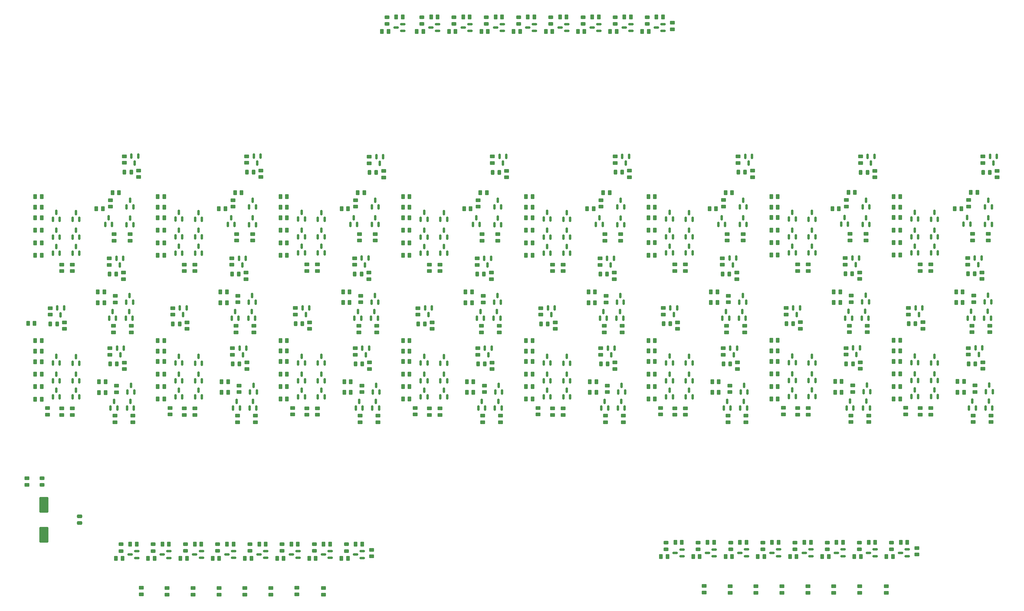
<source format=gbr>
%TF.GenerationSoftware,KiCad,Pcbnew,8.0.5*%
%TF.CreationDate,2024-10-12T11:29:22-07:00*%
%TF.ProjectId,C00000001,43303030-3030-4303-9031-2e6b69636164,A*%
%TF.SameCoordinates,Original*%
%TF.FileFunction,Paste,Top*%
%TF.FilePolarity,Positive*%
%FSLAX46Y46*%
G04 Gerber Fmt 4.6, Leading zero omitted, Abs format (unit mm)*
G04 Created by KiCad (PCBNEW 8.0.5) date 2024-10-12 11:29:22*
%MOMM*%
%LPD*%
G01*
G04 APERTURE LIST*
G04 Aperture macros list*
%AMRoundRect*
0 Rectangle with rounded corners*
0 $1 Rounding radius*
0 $2 $3 $4 $5 $6 $7 $8 $9 X,Y pos of 4 corners*
0 Add a 4 corners polygon primitive as box body*
4,1,4,$2,$3,$4,$5,$6,$7,$8,$9,$2,$3,0*
0 Add four circle primitives for the rounded corners*
1,1,$1+$1,$2,$3*
1,1,$1+$1,$4,$5*
1,1,$1+$1,$6,$7*
1,1,$1+$1,$8,$9*
0 Add four rect primitives between the rounded corners*
20,1,$1+$1,$2,$3,$4,$5,0*
20,1,$1+$1,$4,$5,$6,$7,0*
20,1,$1+$1,$6,$7,$8,$9,0*
20,1,$1+$1,$8,$9,$2,$3,0*%
G04 Aperture macros list end*
%ADD10RoundRect,0.150000X0.150000X-0.587500X0.150000X0.587500X-0.150000X0.587500X-0.150000X-0.587500X0*%
%ADD11RoundRect,0.250000X0.262500X0.450000X-0.262500X0.450000X-0.262500X-0.450000X0.262500X-0.450000X0*%
%ADD12RoundRect,0.250000X0.450000X-0.262500X0.450000X0.262500X-0.450000X0.262500X-0.450000X-0.262500X0*%
%ADD13RoundRect,0.150000X0.587500X0.150000X-0.587500X0.150000X-0.587500X-0.150000X0.587500X-0.150000X0*%
%ADD14RoundRect,0.243750X0.456250X-0.243750X0.456250X0.243750X-0.456250X0.243750X-0.456250X-0.243750X0*%
%ADD15RoundRect,0.250000X-0.450000X0.262500X-0.450000X-0.262500X0.450000X-0.262500X0.450000X0.262500X0*%
%ADD16RoundRect,0.243750X0.243750X0.456250X-0.243750X0.456250X-0.243750X-0.456250X0.243750X-0.456250X0*%
%ADD17RoundRect,0.250000X-0.262500X-0.450000X0.262500X-0.450000X0.262500X0.450000X-0.262500X0.450000X0*%
%ADD18RoundRect,0.150000X-0.150000X0.587500X-0.150000X-0.587500X0.150000X-0.587500X0.150000X0.587500X0*%
%ADD19RoundRect,0.250000X1.000000X-1.950000X1.000000X1.950000X-1.000000X1.950000X-1.000000X-1.950000X0*%
%ADD20RoundRect,0.250000X0.475000X-0.250000X0.475000X0.250000X-0.475000X0.250000X-0.475000X-0.250000X0*%
G04 APERTURE END LIST*
D10*
%TO.C,Q117*%
X230721228Y-151198630D03*
X232621228Y-151198630D03*
X231671228Y-149323630D03*
%TD*%
D11*
%TO.C,R219*%
X240965399Y-146163764D03*
X239140399Y-146163764D03*
%TD*%
D12*
%TO.C,R55*%
X74988571Y-157605535D03*
X74988571Y-155780535D03*
%TD*%
D13*
%TO.C,Q23*%
X189187499Y-50138586D03*
X189187499Y-48238586D03*
X187312499Y-49188586D03*
%TD*%
D11*
%TO.C,R217*%
X240965399Y-153163764D03*
X239140399Y-153163764D03*
%TD*%
D12*
%TO.C,R152*%
X180848835Y-157600985D03*
X180848835Y-155775985D03*
%TD*%
D10*
%TO.C,Q57*%
X106831862Y-102807080D03*
X108731862Y-102807080D03*
X107781862Y-100932080D03*
%TD*%
D11*
%TO.C,R185*%
X206712415Y-153186539D03*
X204887415Y-153186539D03*
%TD*%
D10*
%TO.C,Q30*%
X78038571Y-143130535D03*
X79938571Y-143130535D03*
X78988571Y-141255535D03*
%TD*%
D11*
%TO.C,R171*%
X172311335Y-96538485D03*
X170486335Y-96538485D03*
%TD*%
D13*
%TO.C,Q13*%
X311596866Y-197165408D03*
X311596866Y-195265408D03*
X309721866Y-196215408D03*
%TD*%
D11*
%TO.C,R9*%
X159054342Y-193754075D03*
X157229342Y-193754075D03*
%TD*%
%TO.C,R189*%
X206712415Y-139736539D03*
X204887415Y-139736539D03*
%TD*%
D12*
%TO.C,R346*%
X263865399Y-119576264D03*
X263865399Y-117751264D03*
%TD*%
D14*
%TO.C,D24*%
X184749999Y-48188586D03*
X184749999Y-46313586D03*
%TD*%
D10*
%TO.C,Q69*%
X141161699Y-143041534D03*
X143061699Y-143041534D03*
X142111699Y-141166534D03*
%TD*%
D12*
%TO.C,R358*%
X332485389Y-119546633D03*
X332485389Y-117721633D03*
%TD*%
D14*
%TO.C,D6*%
X136664954Y-195687500D03*
X136664954Y-193812500D03*
%TD*%
D11*
%TO.C,R295*%
X309585389Y-109384133D03*
X307760389Y-109384133D03*
%TD*%
%TO.C,R103*%
X103694362Y-109432080D03*
X101869362Y-109432080D03*
%TD*%
D12*
%TO.C,R38*%
X245894048Y-49666701D03*
X245894048Y-47841701D03*
%TD*%
D10*
%TO.C,Q97*%
X175448835Y-112313485D03*
X177348835Y-112313485D03*
X176398835Y-110438485D03*
%TD*%
D11*
%TO.C,R265*%
X275335389Y-102384133D03*
X273510389Y-102384133D03*
%TD*%
D10*
%TO.C,Q145*%
X259852899Y-130538764D03*
X261752899Y-130538764D03*
X260802899Y-128663764D03*
%TD*%
D13*
%TO.C,Q7*%
X123075567Y-197637500D03*
X123075567Y-195737500D03*
X121200567Y-196687500D03*
%TD*%
D10*
%TO.C,Q150*%
X264713873Y-99390290D03*
X266613873Y-99390290D03*
X265663873Y-97515290D03*
%TD*%
D15*
%TO.C,R351*%
X294434212Y-138891493D03*
X294434212Y-140716493D03*
%TD*%
D12*
%TO.C,R301*%
X334672889Y-134459133D03*
X334672889Y-132634133D03*
%TD*%
D16*
%TO.C,D50*%
X330422889Y-118134133D03*
X328547889Y-118134133D03*
%TD*%
D17*
%TO.C,R49*%
X174337500Y-50250000D03*
X176162500Y-50250000D03*
%TD*%
D12*
%TO.C,R382*%
X140750000Y-207825000D03*
X140750000Y-206000000D03*
%TD*%
%TO.C,R244*%
X260163873Y-99302790D03*
X260163873Y-97477790D03*
%TD*%
D15*
%TO.C,R347*%
X259865399Y-113751264D03*
X259865399Y-115576264D03*
%TD*%
D13*
%TO.C,Q5*%
X141102454Y-197637500D03*
X141102454Y-195737500D03*
X139227454Y-196687500D03*
%TD*%
D12*
%TO.C,R184*%
X215249915Y-157599039D03*
X215249915Y-155774039D03*
%TD*%
D11*
%TO.C,R263*%
X275335389Y-109384133D03*
X273510389Y-109384133D03*
%TD*%
D16*
%TO.C,D43*%
X262001722Y-143333624D03*
X260126722Y-143333624D03*
%TD*%
D17*
%TO.C,R24*%
X90161180Y-197764404D03*
X91986180Y-197764404D03*
%TD*%
D18*
%TO.C,Q196*%
X92188571Y-113755535D03*
X90288571Y-113755535D03*
X91238571Y-115630535D03*
%TD*%
D12*
%TO.C,R261*%
X283872889Y-117296633D03*
X283872889Y-115471633D03*
%TD*%
D10*
%TO.C,Q189*%
X333222889Y-126009133D03*
X335122889Y-126009133D03*
X334172889Y-124134133D03*
%TD*%
D11*
%TO.C,R220*%
X240965399Y-142663764D03*
X239140399Y-142663764D03*
%TD*%
D10*
%TO.C,Q178*%
X328844202Y-155646224D03*
X330744202Y-155646224D03*
X329794202Y-153771224D03*
%TD*%
D12*
%TO.C,R87*%
X109281862Y-157594580D03*
X109281862Y-155769580D03*
%TD*%
D11*
%TO.C,R282*%
X309585389Y-149634133D03*
X307760389Y-149634133D03*
%TD*%
D12*
%TO.C,R356*%
X332684212Y-144716493D03*
X332684212Y-142891493D03*
%TD*%
D11*
%TO.C,R155*%
X172311335Y-146188485D03*
X170486335Y-146188485D03*
%TD*%
D17*
%TO.C,R129*%
X154070512Y-151303625D03*
X155895512Y-151303625D03*
%TD*%
%TO.C,R225*%
X257011712Y-151300855D03*
X258836712Y-151300855D03*
%TD*%
D10*
%TO.C,Q50*%
X112331862Y-148057080D03*
X114231862Y-148057080D03*
X113281862Y-146182080D03*
%TD*%
D12*
%TO.C,R381*%
X133500000Y-207912500D03*
X133500000Y-206087500D03*
%TD*%
D18*
%TO.C,Q225*%
X96388571Y-85193035D03*
X94488571Y-85193035D03*
X95438571Y-87068035D03*
%TD*%
D16*
%TO.C,D28*%
X90437394Y-143362895D03*
X88562394Y-143362895D03*
%TD*%
D12*
%TO.C,R247*%
X280922889Y-157546633D03*
X280922889Y-155721633D03*
%TD*%
D17*
%TO.C,R161*%
X188357648Y-151325576D03*
X190182648Y-151325576D03*
%TD*%
%TO.C,R142*%
X153699199Y-126166534D03*
X155524199Y-126166534D03*
%TD*%
D11*
%TO.C,R251*%
X275335389Y-146134133D03*
X273510389Y-146134133D03*
%TD*%
D17*
%TO.C,R65*%
X85447384Y-151330126D03*
X87272384Y-151330126D03*
%TD*%
D10*
%TO.C,Q85*%
X161772673Y-104330560D03*
X163672673Y-104330560D03*
X162722673Y-102455560D03*
%TD*%
D11*
%TO.C,R254*%
X275335389Y-136734133D03*
X273510389Y-136734133D03*
%TD*%
%TO.C,R74*%
X69401071Y-99493035D03*
X67576071Y-99493035D03*
%TD*%
%TO.C,R44*%
X234251320Y-46235595D03*
X232426320Y-46235595D03*
%TD*%
D10*
%TO.C,Q78*%
X141161699Y-102791534D03*
X143061699Y-102791534D03*
X142111699Y-100916534D03*
%TD*%
D15*
%TO.C,R345*%
X260064222Y-138921124D03*
X260064222Y-140746124D03*
%TD*%
D11*
%TO.C,R35*%
X257503703Y-193289323D03*
X255678703Y-193289323D03*
%TD*%
D10*
%TO.C,Q103*%
X191198835Y-130563485D03*
X193098835Y-130563485D03*
X192148835Y-128688485D03*
%TD*%
D18*
%TO.C,Q194*%
X75638571Y-127693035D03*
X73738571Y-127693035D03*
X74688571Y-129568035D03*
%TD*%
D12*
%TO.C,R366*%
X233851071Y-91086785D03*
X233851071Y-89261785D03*
%TD*%
%TO.C,R278*%
X311172889Y-157449133D03*
X311172889Y-155624133D03*
%TD*%
%TO.C,R332*%
X195410158Y-144770845D03*
X195410158Y-142945845D03*
%TD*%
D10*
%TO.C,Q72*%
X146661699Y-143104034D03*
X148561699Y-143104034D03*
X147611699Y-141229034D03*
%TD*%
%TO.C,Q63*%
X127331862Y-126057080D03*
X129231862Y-126057080D03*
X128281862Y-124182080D03*
%TD*%
%TO.C,Q191*%
X327333863Y-104235659D03*
X329233863Y-104235659D03*
X328283863Y-102360659D03*
%TD*%
D12*
%TO.C,R114*%
X128392836Y-108821106D03*
X128392836Y-106996106D03*
%TD*%
D14*
%TO.C,D25*%
X193816841Y-48173096D03*
X193816841Y-46298096D03*
%TD*%
D11*
%TO.C,R249*%
X275335389Y-153134133D03*
X273510389Y-153134133D03*
%TD*%
D14*
%TO.C,D19*%
X211843727Y-48173095D03*
X211843727Y-46298095D03*
%TD*%
D11*
%TO.C,R190*%
X206712415Y-136786539D03*
X204887415Y-136786539D03*
%TD*%
D12*
%TO.C,R66*%
X90359884Y-151242626D03*
X90359884Y-149417626D03*
%TD*%
%TO.C,R128*%
X163483012Y-159628625D03*
X163483012Y-157803625D03*
%TD*%
D10*
%TO.C,Q106*%
X196059809Y-104352511D03*
X197959809Y-104352511D03*
X197009809Y-102477511D03*
%TD*%
%TO.C,Q80*%
X146661699Y-107791534D03*
X148561699Y-107791534D03*
X147611699Y-105916534D03*
%TD*%
D12*
%TO.C,R68*%
X74988571Y-117355535D03*
X74988571Y-115530535D03*
%TD*%
D10*
%TO.C,Q53*%
X127578175Y-155694171D03*
X129478175Y-155694171D03*
X128528175Y-153819171D03*
%TD*%
D13*
%TO.C,Q24*%
X198254341Y-50123096D03*
X198254341Y-48223096D03*
X196379341Y-49173096D03*
%TD*%
D11*
%TO.C,R186*%
X206712415Y-149686539D03*
X204887415Y-149686539D03*
%TD*%
D10*
%TO.C,Q140*%
X249602899Y-112288764D03*
X251502899Y-112288764D03*
X250552899Y-110413764D03*
%TD*%
D12*
%TO.C,R113*%
X123942836Y-108821106D03*
X123942836Y-106996106D03*
%TD*%
%TO.C,R352*%
X298235389Y-119546633D03*
X298235389Y-117721633D03*
%TD*%
D10*
%TO.C,Q134*%
X249602899Y-148038764D03*
X251502899Y-148038764D03*
X250552899Y-146163764D03*
%TD*%
%TO.C,Q111*%
X209849915Y-143061539D03*
X211749915Y-143061539D03*
X210799915Y-141186539D03*
%TD*%
D18*
%TO.C,Q223*%
X302376071Y-85255535D03*
X300476071Y-85255535D03*
X301426071Y-87130535D03*
%TD*%
D19*
%TO.C,C1*%
X70000000Y-191200000D03*
X70000000Y-182800000D03*
%TD*%
D11*
%TO.C,R6*%
X293594978Y-193273833D03*
X291769978Y-193273833D03*
%TD*%
D10*
%TO.C,Q92*%
X180948835Y-148063485D03*
X182848835Y-148063485D03*
X181898835Y-146188485D03*
%TD*%
%TO.C,Q160*%
X278472889Y-112259133D03*
X280372889Y-112259133D03*
X279422889Y-110384133D03*
%TD*%
D18*
%TO.C,Q204*%
X195297658Y-138920845D03*
X193397658Y-138920845D03*
X194347658Y-140795845D03*
%TD*%
D17*
%TO.C,R243*%
X256251373Y-99890290D03*
X258076373Y-99890290D03*
%TD*%
D14*
%TO.C,D2*%
X289182478Y-195211333D03*
X289182478Y-193336333D03*
%TD*%
D12*
%TO.C,R197*%
X215249915Y-117349039D03*
X215249915Y-115524039D03*
%TD*%
D11*
%TO.C,R104*%
X103694362Y-105932080D03*
X101869362Y-105932080D03*
%TD*%
D10*
%TO.C,Q128*%
X224460889Y-104288065D03*
X226360889Y-104288065D03*
X225410889Y-102413065D03*
%TD*%
D15*
%TO.C,R355*%
X311935389Y-127659133D03*
X311935389Y-129484133D03*
%TD*%
D11*
%TO.C,R19*%
X123050567Y-193750000D03*
X121225567Y-193750000D03*
%TD*%
D12*
%TO.C,R7*%
X161717728Y-197181106D03*
X161717728Y-195356106D03*
%TD*%
D10*
%TO.C,Q108*%
X196059809Y-99415011D03*
X197959809Y-99415011D03*
X197009809Y-97540011D03*
%TD*%
D15*
%TO.C,R367*%
X229851071Y-85261785D03*
X229851071Y-87086785D03*
%TD*%
D10*
%TO.C,Q25*%
X72538571Y-152568035D03*
X74438571Y-152568035D03*
X73488571Y-150693035D03*
%TD*%
D11*
%TO.C,R253*%
X275335389Y-139684133D03*
X273510389Y-139684133D03*
%TD*%
D10*
%TO.C,Q37*%
X72538571Y-107818035D03*
X74438571Y-107818035D03*
X73488571Y-105943035D03*
%TD*%
D13*
%TO.C,Q19*%
X234276320Y-50123095D03*
X234276320Y-48223095D03*
X232401320Y-49173095D03*
%TD*%
D12*
%TO.C,R292*%
X315172889Y-117296633D03*
X315172889Y-115471633D03*
%TD*%
D10*
%TO.C,Q95*%
X196195148Y-155700576D03*
X198095148Y-155700576D03*
X197145148Y-153825576D03*
%TD*%
%TO.C,Q33*%
X93409884Y-151205126D03*
X95309884Y-151205126D03*
X94359884Y-149330126D03*
%TD*%
D12*
%TO.C,R242*%
X265663873Y-108802790D03*
X265663873Y-106977790D03*
%TD*%
D17*
%TO.C,R275*%
X290621363Y-99860659D03*
X292446363Y-99860659D03*
%TD*%
D10*
%TO.C,Q65*%
X121442836Y-104283606D03*
X123342836Y-104283606D03*
X122392836Y-102408606D03*
%TD*%
D14*
%TO.C,D8*%
X118638067Y-195687500D03*
X118638067Y-193812500D03*
%TD*%
D11*
%TO.C,R153*%
X172311335Y-153188485D03*
X170486335Y-153188485D03*
%TD*%
D10*
%TO.C,Q98*%
X180948835Y-112313485D03*
X182848835Y-112313485D03*
X181898835Y-110438485D03*
%TD*%
D11*
%TO.C,R169*%
X172311335Y-102438485D03*
X170486335Y-102438485D03*
%TD*%
D10*
%TO.C,Q122*%
X215349915Y-107811539D03*
X217249915Y-107811539D03*
X216299915Y-105936539D03*
%TD*%
D17*
%TO.C,R174*%
X187986335Y-126188485D03*
X189811335Y-126188485D03*
%TD*%
%TO.C,R179*%
X187597309Y-99915011D03*
X189422309Y-99915011D03*
%TD*%
D10*
%TO.C,Q44*%
X87149545Y-104294561D03*
X89049545Y-104294561D03*
X88099545Y-102419561D03*
%TD*%
%TO.C,Q136*%
X260224212Y-155675855D03*
X262124212Y-155675855D03*
X261174212Y-153800855D03*
%TD*%
D13*
%TO.C,Q22*%
X180187500Y-50137500D03*
X180187500Y-48237500D03*
X178312500Y-49187500D03*
%TD*%
D17*
%TO.C,R144*%
X153699199Y-123166534D03*
X155524199Y-123166534D03*
%TD*%
D18*
%TO.C,Q218*%
X130638571Y-85193035D03*
X128738571Y-85193035D03*
X129688571Y-87068035D03*
%TD*%
D14*
%TO.C,D23*%
X175750000Y-48187500D03*
X175750000Y-46312500D03*
%TD*%
D10*
%TO.C,Q152*%
X283972889Y-152509133D03*
X285872889Y-152509133D03*
X284922889Y-150634133D03*
%TD*%
D17*
%TO.C,R78*%
X85076071Y-126193035D03*
X86901071Y-126193035D03*
%TD*%
D15*
%TO.C,R390*%
X262000000Y-205587500D03*
X262000000Y-207412500D03*
%TD*%
D10*
%TO.C,Q169*%
X299083863Y-104298159D03*
X300983863Y-104298159D03*
X300033863Y-102423159D03*
%TD*%
D11*
%TO.C,R70*%
X69401071Y-112943035D03*
X67576071Y-112943035D03*
%TD*%
D12*
%TO.C,R370*%
X302488571Y-91105535D03*
X302488571Y-89280535D03*
%TD*%
D11*
%TO.C,R156*%
X172311335Y-142688485D03*
X170486335Y-142688485D03*
%TD*%
D12*
%TO.C,R316*%
X92301071Y-119605535D03*
X92301071Y-117780535D03*
%TD*%
D10*
%TO.C,Q86*%
X155772673Y-104268060D03*
X157672673Y-104268060D03*
X156722673Y-102393060D03*
%TD*%
D15*
%TO.C,R386*%
X291000000Y-205587500D03*
X291000000Y-207412500D03*
%TD*%
D11*
%TO.C,R158*%
X172311335Y-136788485D03*
X170486335Y-136788485D03*
%TD*%
D10*
%TO.C,Q119*%
X215349915Y-112311539D03*
X217249915Y-112311539D03*
X216299915Y-110436539D03*
%TD*%
D11*
%TO.C,R27*%
X302592524Y-193273833D03*
X300767524Y-193273833D03*
%TD*%
D17*
%TO.C,R307*%
X324871363Y-99860659D03*
X326696363Y-99860659D03*
%TD*%
D10*
%TO.C,Q175*%
X312722889Y-148009133D03*
X314622889Y-148009133D03*
X313672889Y-146134133D03*
%TD*%
D15*
%TO.C,R365*%
X195488571Y-85280535D03*
X195488571Y-87105535D03*
%TD*%
D10*
%TO.C,Q83*%
X161536699Y-130541534D03*
X163436699Y-130541534D03*
X162486699Y-128666534D03*
%TD*%
D12*
%TO.C,R271*%
X295922889Y-126046633D03*
X295922889Y-124221633D03*
%TD*%
D13*
%TO.C,Q8*%
X114078021Y-197637500D03*
X114078021Y-195737500D03*
X112203021Y-196687500D03*
%TD*%
D11*
%TO.C,R170*%
X172311335Y-99488485D03*
X170486335Y-99488485D03*
%TD*%
D12*
%TO.C,R88*%
X112231862Y-157594580D03*
X112231862Y-155769580D03*
%TD*%
D11*
%TO.C,R75*%
X69401071Y-96543035D03*
X67576071Y-96543035D03*
%TD*%
%TO.C,R21*%
X114053021Y-193750000D03*
X112228021Y-193750000D03*
%TD*%
D16*
%TO.C,D54*%
X231788571Y-89674285D03*
X229913571Y-89674285D03*
%TD*%
D11*
%TO.C,R25*%
X95986180Y-193764404D03*
X94161180Y-193764404D03*
%TD*%
D10*
%TO.C,Q74*%
X161908012Y-155678625D03*
X163808012Y-155678625D03*
X162858012Y-153803625D03*
%TD*%
D17*
%TO.C,R147*%
X153310173Y-99893060D03*
X155135173Y-99893060D03*
%TD*%
D18*
%TO.C,Q220*%
X199376071Y-85255535D03*
X197476071Y-85255535D03*
X198426071Y-87130535D03*
%TD*%
D15*
%TO.C,R329*%
X156924199Y-113754034D03*
X156924199Y-115579034D03*
%TD*%
%TO.C,R357*%
X328684212Y-138891493D03*
X328684212Y-140716493D03*
%TD*%
D10*
%TO.C,Q90*%
X175448835Y-143063485D03*
X177348835Y-143063485D03*
X176398835Y-141188485D03*
%TD*%
%TO.C,Q129*%
X230460889Y-99413065D03*
X232360889Y-99413065D03*
X231410889Y-97538065D03*
%TD*%
D15*
%TO.C,R353*%
X294235389Y-113721633D03*
X294235389Y-115546633D03*
%TD*%
D12*
%TO.C,R175*%
X192898835Y-126100985D03*
X192898835Y-124275985D03*
%TD*%
D11*
%TO.C,R122*%
X138024199Y-149666534D03*
X136199199Y-149666534D03*
%TD*%
D10*
%TO.C,Q96*%
X196320148Y-151200576D03*
X198220148Y-151200576D03*
X197270148Y-149325576D03*
%TD*%
D17*
%TO.C,R26*%
X296767524Y-197273833D03*
X298592524Y-197273833D03*
%TD*%
D12*
%TO.C,R318*%
X110044362Y-133532080D03*
X110044362Y-131707080D03*
%TD*%
D15*
%TO.C,R375*%
X92501071Y-85218035D03*
X92501071Y-87043035D03*
%TD*%
D14*
%TO.C,D1*%
X69500000Y-177187500D03*
X69500000Y-175312500D03*
%TD*%
D17*
%TO.C,R47*%
X237405662Y-50239670D03*
X239230662Y-50239670D03*
%TD*%
D18*
%TO.C,Q199*%
X126481862Y-113744580D03*
X124581862Y-113744580D03*
X125531862Y-115619580D03*
%TD*%
D11*
%TO.C,R296*%
X309585389Y-105884133D03*
X307760389Y-105884133D03*
%TD*%
D17*
%TO.C,R227*%
X257011712Y-148300855D03*
X258836712Y-148300855D03*
%TD*%
D12*
%TO.C,R360*%
X130751071Y-91043035D03*
X130751071Y-89218035D03*
%TD*%
%TO.C,R100*%
X109281862Y-117344580D03*
X109281862Y-115519580D03*
%TD*%
D18*
%TO.C,Q209*%
X247202899Y-127663764D03*
X245302899Y-127663764D03*
X246252899Y-129538764D03*
%TD*%
D12*
%TO.C,R256*%
X300794202Y-159596224D03*
X300794202Y-157771224D03*
%TD*%
%TO.C,R348*%
X281685389Y-133484133D03*
X281685389Y-131659133D03*
%TD*%
D10*
%TO.C,Q149*%
X258713873Y-104265290D03*
X260613873Y-104265290D03*
X259663873Y-102390290D03*
%TD*%
D12*
%TO.C,R269*%
X300422889Y-134459133D03*
X300422889Y-132634133D03*
%TD*%
D10*
%TO.C,Q39*%
X78038571Y-102880535D03*
X79938571Y-102880535D03*
X78988571Y-101005535D03*
%TD*%
D14*
%TO.C,D7*%
X127667407Y-195687500D03*
X127667407Y-193812500D03*
%TD*%
D10*
%TO.C,Q180*%
X333594202Y-151146224D03*
X335494202Y-151146224D03*
X334544202Y-149271224D03*
%TD*%
D18*
%TO.C,Q208*%
X229499915Y-113749039D03*
X227599915Y-113749039D03*
X228549915Y-115624039D03*
%TD*%
D12*
%TO.C,R214*%
X242552899Y-157478764D03*
X242552899Y-155653764D03*
%TD*%
D17*
%TO.C,R8*%
X153229342Y-197754075D03*
X155054342Y-197754075D03*
%TD*%
D10*
%TO.C,Q168*%
X298972889Y-126009133D03*
X300872889Y-126009133D03*
X299922889Y-124134133D03*
%TD*%
D16*
%TO.C,D55*%
X266188571Y-89655535D03*
X264313571Y-89655535D03*
%TD*%
D10*
%TO.C,Q181*%
X312722889Y-112259133D03*
X314622889Y-112259133D03*
X313672889Y-110384133D03*
%TD*%
D14*
%TO.C,D21*%
X202814387Y-48173096D03*
X202814387Y-46298096D03*
%TD*%
D12*
%TO.C,R338*%
X229811238Y-144768899D03*
X229811238Y-142943899D03*
%TD*%
D15*
%TO.C,R331*%
X174661335Y-127713485D03*
X174661335Y-129538485D03*
%TD*%
D12*
%TO.C,R274*%
X300033863Y-108773159D03*
X300033863Y-106948159D03*
%TD*%
D16*
%TO.C,D27*%
X73688571Y-132130535D03*
X71813571Y-132130535D03*
%TD*%
D12*
%TO.C,R314*%
X92499894Y-144775395D03*
X92499894Y-142950395D03*
%TD*%
%TO.C,R376*%
X97250000Y-207825000D03*
X97250000Y-206000000D03*
%TD*%
D10*
%TO.C,Q32*%
X93284884Y-155705126D03*
X95184884Y-155705126D03*
X94234884Y-153830126D03*
%TD*%
%TO.C,Q48*%
X106831862Y-143057080D03*
X108731862Y-143057080D03*
X107781862Y-141182080D03*
%TD*%
%TO.C,Q52*%
X122953175Y-155694171D03*
X124853175Y-155694171D03*
X123903175Y-153819171D03*
%TD*%
%TO.C,Q172*%
X312722889Y-152509133D03*
X314622889Y-152509133D03*
X313672889Y-150634133D03*
%TD*%
D11*
%TO.C,R31*%
X311571866Y-193277908D03*
X309746866Y-193277908D03*
%TD*%
D10*
%TO.C,Q183*%
X312722889Y-102759133D03*
X314622889Y-102759133D03*
X313672889Y-100884133D03*
%TD*%
D12*
%TO.C,R118*%
X139611699Y-157481534D03*
X139611699Y-155656534D03*
%TD*%
D10*
%TO.C,Q179*%
X333469202Y-155646224D03*
X335369202Y-155646224D03*
X334419202Y-153771224D03*
%TD*%
D12*
%TO.C,R159*%
X192770148Y-159650576D03*
X192770148Y-157825576D03*
%TD*%
D15*
%TO.C,R343*%
X243315399Y-127688764D03*
X243315399Y-129513764D03*
%TD*%
D11*
%TO.C,R267*%
X275335389Y-96484133D03*
X273510389Y-96484133D03*
%TD*%
D10*
%TO.C,Q132*%
X244102899Y-143038764D03*
X246002899Y-143038764D03*
X245052899Y-141163764D03*
%TD*%
D17*
%TO.C,R45*%
X201401887Y-50235596D03*
X203226887Y-50235596D03*
%TD*%
D12*
%TO.C,R109*%
X128781862Y-134507080D03*
X128781862Y-132682080D03*
%TD*%
D11*
%TO.C,R266*%
X275335389Y-99434133D03*
X273510389Y-99434133D03*
%TD*%
D10*
%TO.C,Q143*%
X249602899Y-107788764D03*
X251502899Y-107788764D03*
X250552899Y-105913764D03*
%TD*%
%TO.C,Q192*%
X333333863Y-99360659D03*
X335233863Y-99360659D03*
X334283863Y-97485659D03*
%TD*%
D12*
%TO.C,R374*%
X96501071Y-91043035D03*
X96501071Y-89218035D03*
%TD*%
D11*
%TO.C,R234*%
X240965399Y-99463764D03*
X239140399Y-99463764D03*
%TD*%
D18*
%TO.C,Q206*%
X212949915Y-127686539D03*
X211049915Y-127686539D03*
X211999915Y-129561539D03*
%TD*%
D17*
%TO.C,R213*%
X226498389Y-95413065D03*
X228323389Y-95413065D03*
%TD*%
D12*
%TO.C,R303*%
X330172889Y-126046633D03*
X330172889Y-124221633D03*
%TD*%
D18*
%TO.C,Q214*%
X298122889Y-113696633D03*
X296222889Y-113696633D03*
X297172889Y-115571633D03*
%TD*%
D10*
%TO.C,Q71*%
X146661699Y-148041534D03*
X148561699Y-148041534D03*
X147611699Y-146166534D03*
%TD*%
D16*
%TO.C,D40*%
X227748738Y-143356399D03*
X225873738Y-143356399D03*
%TD*%
D10*
%TO.C,Q94*%
X191570148Y-155700576D03*
X193470148Y-155700576D03*
X192520148Y-153825576D03*
%TD*%
D17*
%TO.C,R272*%
X291010389Y-123134133D03*
X292835389Y-123134133D03*
%TD*%
D12*
%TO.C,R383*%
X148250000Y-207912500D03*
X148250000Y-206087500D03*
%TD*%
D10*
%TO.C,Q159*%
X299344202Y-151146224D03*
X301244202Y-151146224D03*
X300294202Y-149271224D03*
%TD*%
D12*
%TO.C,R177*%
X192559809Y-108827511D03*
X192559809Y-107002511D03*
%TD*%
%TO.C,R364*%
X199488571Y-91105535D03*
X199488571Y-89280535D03*
%TD*%
D10*
%TO.C,Q112*%
X209849915Y-148061539D03*
X211749915Y-148061539D03*
X210799915Y-146186539D03*
%TD*%
D11*
%TO.C,R134*%
X138024199Y-112916534D03*
X136199199Y-112916534D03*
%TD*%
D10*
%TO.C,Q62*%
X127206862Y-130557080D03*
X129106862Y-130557080D03*
X128156862Y-128682080D03*
%TD*%
D15*
%TO.C,R321*%
X122793185Y-138939440D03*
X122793185Y-140764440D03*
%TD*%
D10*
%TO.C,Q68*%
X146661699Y-152541534D03*
X148561699Y-152541534D03*
X147611699Y-150666534D03*
%TD*%
%TO.C,Q161*%
X283972889Y-112259133D03*
X285872889Y-112259133D03*
X284922889Y-110384133D03*
%TD*%
D11*
%TO.C,R252*%
X275335389Y-142634133D03*
X273510389Y-142634133D03*
%TD*%
%TO.C,R232*%
X240965399Y-105913764D03*
X239140399Y-105913764D03*
%TD*%
D12*
%TO.C,R239*%
X261552899Y-126076264D03*
X261552899Y-124251264D03*
%TD*%
D11*
%TO.C,R139*%
X138024199Y-96516534D03*
X136199199Y-96516534D03*
%TD*%
D10*
%TO.C,Q107*%
X190059809Y-104290011D03*
X191959809Y-104290011D03*
X191009809Y-102415011D03*
%TD*%
%TO.C,Q174*%
X312722889Y-143009133D03*
X314622889Y-143009133D03*
X313672889Y-141134133D03*
%TD*%
D17*
%TO.C,R39*%
X219428774Y-50235595D03*
X221253774Y-50235595D03*
%TD*%
D12*
%TO.C,R306*%
X334283863Y-108773159D03*
X334283863Y-106948159D03*
%TD*%
D11*
%TO.C,R202*%
X206712415Y-99486539D03*
X204887415Y-99486539D03*
%TD*%
%TO.C,R13*%
X150075000Y-193750000D03*
X148250000Y-193750000D03*
%TD*%
D12*
%TO.C,R380*%
X126250000Y-207912500D03*
X126250000Y-206087500D03*
%TD*%
D17*
%TO.C,R245*%
X260751373Y-95390290D03*
X262576373Y-95390290D03*
%TD*%
D11*
%TO.C,R57*%
X69401071Y-153193035D03*
X67576071Y-153193035D03*
%TD*%
D12*
%TO.C,R223*%
X261424212Y-159625855D03*
X261424212Y-157800855D03*
%TD*%
%TO.C,R130*%
X158983012Y-151216125D03*
X158983012Y-149391125D03*
%TD*%
%TO.C,R354*%
X315935389Y-133484133D03*
X315935389Y-131659133D03*
%TD*%
%TO.C,R56*%
X77938571Y-157605535D03*
X77938571Y-155780535D03*
%TD*%
%TO.C,R81*%
X89649545Y-108832061D03*
X89649545Y-107007061D03*
%TD*%
D11*
%TO.C,R11*%
X284597431Y-193273833D03*
X282772431Y-193273833D03*
%TD*%
D10*
%TO.C,Q185*%
X318222889Y-107759133D03*
X320122889Y-107759133D03*
X319172889Y-105884133D03*
%TD*%
%TO.C,Q170*%
X293083863Y-104235659D03*
X294983863Y-104235659D03*
X294033863Y-102360659D03*
%TD*%
D12*
%TO.C,R207*%
X227299915Y-126099039D03*
X227299915Y-124274039D03*
%TD*%
%TO.C,R258*%
X296294202Y-151183724D03*
X296294202Y-149358724D03*
%TD*%
D15*
%TO.C,R363*%
X161051071Y-85343035D03*
X161051071Y-87168035D03*
%TD*%
D10*
%TO.C,Q29*%
X78038571Y-148068035D03*
X79938571Y-148068035D03*
X78988571Y-146193035D03*
%TD*%
D15*
%TO.C,R335*%
X191211335Y-113775985D03*
X191211335Y-115600985D03*
%TD*%
D10*
%TO.C,Q142*%
X244102899Y-107788764D03*
X246002899Y-107788764D03*
X245052899Y-105913764D03*
%TD*%
%TO.C,Q123*%
X215349915Y-102874039D03*
X217249915Y-102874039D03*
X216299915Y-100999039D03*
%TD*%
D12*
%TO.C,R76*%
X89488571Y-134518035D03*
X89488571Y-132693035D03*
%TD*%
D18*
%TO.C,Q197*%
X109931862Y-127682080D03*
X108031862Y-127682080D03*
X108981862Y-129557080D03*
%TD*%
D17*
%TO.C,R99*%
X119740675Y-148319171D03*
X121565675Y-148319171D03*
%TD*%
D10*
%TO.C,Q163*%
X278472889Y-107759133D03*
X280372889Y-107759133D03*
X279422889Y-105884133D03*
%TD*%
D16*
%TO.C,D52*%
X162988571Y-89755535D03*
X161113571Y-89755535D03*
%TD*%
D18*
%TO.C,Q219*%
X164938571Y-85318035D03*
X163038571Y-85318035D03*
X163988571Y-87193035D03*
%TD*%
D10*
%TO.C,Q82*%
X156911699Y-130541534D03*
X158811699Y-130541534D03*
X157861699Y-128666534D03*
%TD*%
D18*
%TO.C,Q213*%
X298321712Y-138866493D03*
X296421712Y-138866493D03*
X297371712Y-140741493D03*
%TD*%
D14*
%TO.C,D20*%
X229838820Y-48173095D03*
X229838820Y-46298095D03*
%TD*%
D12*
%TO.C,R326*%
X161123022Y-144748894D03*
X161123022Y-142923894D03*
%TD*%
D11*
%TO.C,R284*%
X309585389Y-142634133D03*
X307760389Y-142634133D03*
%TD*%
D15*
%TO.C,R313*%
X71751071Y-127718035D03*
X71751071Y-129543035D03*
%TD*%
D12*
%TO.C,R3*%
X70988571Y-157508035D03*
X70988571Y-155683035D03*
%TD*%
%TO.C,R378*%
X111750000Y-207912500D03*
X111750000Y-206087500D03*
%TD*%
D17*
%TO.C,R208*%
X222387415Y-123186539D03*
X224212415Y-123186539D03*
%TD*%
D12*
%TO.C,R224*%
X266424212Y-159625855D03*
X266424212Y-157800855D03*
%TD*%
%TO.C,R82*%
X94099545Y-108832061D03*
X94099545Y-107007061D03*
%TD*%
D10*
%TO.C,Q171*%
X299083863Y-99360659D03*
X300983863Y-99360659D03*
X300033863Y-97485659D03*
%TD*%
D12*
%TO.C,R162*%
X193270148Y-151238076D03*
X193270148Y-149413076D03*
%TD*%
D17*
%TO.C,R97*%
X119740675Y-151319171D03*
X121565675Y-151319171D03*
%TD*%
D15*
%TO.C,R361*%
X126751071Y-85218035D03*
X126751071Y-87043035D03*
%TD*%
D10*
%TO.C,Q89*%
X180948835Y-152563485D03*
X182848835Y-152563485D03*
X181898835Y-150688485D03*
%TD*%
D17*
%TO.C,R67*%
X85447384Y-148330126D03*
X87272384Y-148330126D03*
%TD*%
D11*
%TO.C,R138*%
X138024199Y-99466534D03*
X136199199Y-99466534D03*
%TD*%
D10*
%TO.C,Q124*%
X225599915Y-130561539D03*
X227499915Y-130561539D03*
X226549915Y-128686539D03*
%TD*%
D13*
%TO.C,Q193*%
X170437500Y-50137500D03*
X170437500Y-48237500D03*
X168562500Y-49187500D03*
%TD*%
D11*
%TO.C,R92*%
X103694362Y-142682080D03*
X101869362Y-142682080D03*
%TD*%
%TO.C,R222*%
X240965399Y-136763764D03*
X239140399Y-136763764D03*
%TD*%
%TO.C,R72*%
X69401071Y-105943035D03*
X67576071Y-105943035D03*
%TD*%
D18*
%TO.C,Q207*%
X229698738Y-138918899D03*
X227798738Y-138918899D03*
X228748738Y-140793899D03*
%TD*%
D10*
%TO.C,Q151*%
X278472889Y-152509133D03*
X280372889Y-152509133D03*
X279422889Y-150634133D03*
%TD*%
D11*
%TO.C,R89*%
X103694362Y-153182080D03*
X101869362Y-153182080D03*
%TD*%
D12*
%TO.C,R84*%
X88599545Y-99332061D03*
X88599545Y-97507061D03*
%TD*%
%TO.C,R293*%
X318122889Y-117296633D03*
X318122889Y-115471633D03*
%TD*%
D10*
%TO.C,Q144*%
X249602899Y-102851264D03*
X251502899Y-102851264D03*
X250552899Y-100976264D03*
%TD*%
D17*
%TO.C,R277*%
X295121363Y-95360659D03*
X296946363Y-95360659D03*
%TD*%
D11*
%TO.C,R198*%
X206712415Y-112936539D03*
X204887415Y-112936539D03*
%TD*%
%TO.C,R107*%
X103694362Y-96532080D03*
X101869362Y-96532080D03*
%TD*%
D12*
%TO.C,R172*%
X192398835Y-134513485D03*
X192398835Y-132688485D03*
%TD*%
%TO.C,R132*%
X143611699Y-117329034D03*
X143611699Y-115504034D03*
%TD*%
D11*
%TO.C,R42*%
X216256227Y-46235595D03*
X214431227Y-46235595D03*
%TD*%
D17*
%TO.C,R309*%
X329371363Y-95360659D03*
X331196363Y-95360659D03*
%TD*%
D10*
%TO.C,Q43*%
X93149545Y-104357061D03*
X95049545Y-104357061D03*
X94099545Y-102482061D03*
%TD*%
%TO.C,Q27*%
X72538571Y-143068035D03*
X74438571Y-143068035D03*
X73488571Y-141193035D03*
%TD*%
D16*
%TO.C,D46*%
X296371712Y-143303993D03*
X294496712Y-143303993D03*
%TD*%
D11*
%TO.C,R105*%
X103694362Y-102432080D03*
X101869362Y-102432080D03*
%TD*%
D16*
%TO.C,D45*%
X279622889Y-132071633D03*
X277747889Y-132071633D03*
%TD*%
D10*
%TO.C,Q153*%
X278472889Y-143009133D03*
X280372889Y-143009133D03*
X279422889Y-141134133D03*
%TD*%
D15*
%TO.C,R327*%
X157123022Y-138923894D03*
X157123022Y-140748894D03*
%TD*%
D10*
%TO.C,Q28*%
X72538571Y-148068035D03*
X74438571Y-148068035D03*
X73488571Y-146193035D03*
%TD*%
D20*
%TO.C,C2*%
X80000000Y-187900000D03*
X80000000Y-186000000D03*
%TD*%
D10*
%TO.C,Q35*%
X78038571Y-112318035D03*
X79938571Y-112318035D03*
X78988571Y-110443035D03*
%TD*%
D12*
%TO.C,R246*%
X276922889Y-157449133D03*
X276922889Y-155624133D03*
%TD*%
%TO.C,R120*%
X146561699Y-157579034D03*
X146561699Y-155754034D03*
%TD*%
D13*
%TO.C,Q16*%
X266595545Y-197161333D03*
X266595545Y-195261333D03*
X264720545Y-196211333D03*
%TD*%
D10*
%TO.C,Q188*%
X333097889Y-130509133D03*
X334997889Y-130509133D03*
X334047889Y-128634133D03*
%TD*%
D17*
%TO.C,R149*%
X157810173Y-95393060D03*
X159635173Y-95393060D03*
%TD*%
%TO.C,R36*%
X260745545Y-197273833D03*
X262570545Y-197273833D03*
%TD*%
D14*
%TO.C,D4*%
X280184931Y-195211333D03*
X280184931Y-193336333D03*
%TD*%
D12*
%TO.C,R216*%
X249502899Y-157576264D03*
X249502899Y-155751264D03*
%TD*%
D11*
%TO.C,R94*%
X103694362Y-136782080D03*
X101869362Y-136782080D03*
%TD*%
D10*
%TO.C,Q127*%
X230460889Y-104350565D03*
X232360889Y-104350565D03*
X231410889Y-102475565D03*
%TD*%
%TO.C,Q187*%
X328472889Y-130509133D03*
X330372889Y-130509133D03*
X329422889Y-128634133D03*
%TD*%
%TO.C,Q70*%
X141161699Y-148041534D03*
X143061699Y-148041534D03*
X142111699Y-146166534D03*
%TD*%
D17*
%TO.C,R259*%
X291381702Y-148271224D03*
X293206702Y-148271224D03*
%TD*%
D12*
%TO.C,R215*%
X246552899Y-157576264D03*
X246552899Y-155751264D03*
%TD*%
D11*
%TO.C,R167*%
X172311335Y-109438485D03*
X170486335Y-109438485D03*
%TD*%
%TO.C,R62*%
X69401071Y-136793035D03*
X67576071Y-136793035D03*
%TD*%
D12*
%TO.C,R255*%
X295794202Y-159596224D03*
X295794202Y-157771224D03*
%TD*%
D11*
%TO.C,R286*%
X309585389Y-136734133D03*
X307760389Y-136734133D03*
%TD*%
%TO.C,R46*%
X207226887Y-46235596D03*
X205401887Y-46235596D03*
%TD*%
D18*
%TO.C,Q215*%
X315822889Y-127634133D03*
X313922889Y-127634133D03*
X314872889Y-129509133D03*
%TD*%
D10*
%TO.C,Q64*%
X127442836Y-104346106D03*
X129342836Y-104346106D03*
X128392836Y-102471106D03*
%TD*%
D11*
%TO.C,R311*%
X170412500Y-46250000D03*
X168587500Y-46250000D03*
%TD*%
D10*
%TO.C,Q56*%
X112331862Y-112307080D03*
X114231862Y-112307080D03*
X113281862Y-110432080D03*
%TD*%
%TO.C,Q88*%
X175448835Y-152563485D03*
X177348835Y-152563485D03*
X176398835Y-150688485D03*
%TD*%
D12*
%TO.C,R150*%
X173898835Y-157503485D03*
X173898835Y-155678485D03*
%TD*%
D10*
%TO.C,Q126*%
X230349915Y-126061539D03*
X232249915Y-126061539D03*
X231299915Y-124186539D03*
%TD*%
D16*
%TO.C,D34*%
X159060522Y-143336394D03*
X157185522Y-143336394D03*
%TD*%
D12*
%TO.C,R95*%
X124153175Y-159644171D03*
X124153175Y-157819171D03*
%TD*%
D14*
%TO.C,D17*%
X262158045Y-195211333D03*
X262158045Y-193336333D03*
%TD*%
D12*
%TO.C,R322*%
X126594362Y-119594580D03*
X126594362Y-117769580D03*
%TD*%
D11*
%TO.C,R297*%
X309585389Y-102384133D03*
X307760389Y-102384133D03*
%TD*%
%TO.C,R48*%
X243230662Y-46239670D03*
X241405662Y-46239670D03*
%TD*%
%TO.C,R29*%
X275568091Y-193273833D03*
X273743091Y-193273833D03*
%TD*%
D12*
%TO.C,R324*%
X144374199Y-133516534D03*
X144374199Y-131691534D03*
%TD*%
D10*
%TO.C,Q182*%
X318222889Y-112259133D03*
X320122889Y-112259133D03*
X319172889Y-110384133D03*
%TD*%
D16*
%TO.C,D53*%
X197426071Y-89693035D03*
X195551071Y-89693035D03*
%TD*%
D12*
%TO.C,R226*%
X261924212Y-151213355D03*
X261924212Y-149388355D03*
%TD*%
D17*
%TO.C,R85*%
X89187045Y-95419561D03*
X91012045Y-95419561D03*
%TD*%
D11*
%TO.C,R102*%
X103694362Y-112932080D03*
X101869362Y-112932080D03*
%TD*%
D10*
%TO.C,Q75*%
X162033012Y-151178625D03*
X163933012Y-151178625D03*
X162983012Y-149303625D03*
%TD*%
D17*
%TO.C,R240*%
X256640399Y-123163764D03*
X258465399Y-123163764D03*
%TD*%
D15*
%TO.C,R387*%
X283750000Y-205587500D03*
X283750000Y-207412500D03*
%TD*%
%TO.C,R337*%
X209062415Y-127711539D03*
X209062415Y-129536539D03*
%TD*%
D10*
%TO.C,Q67*%
X141161699Y-152541534D03*
X143061699Y-152541534D03*
X142111699Y-150666534D03*
%TD*%
D12*
%TO.C,R148*%
X157222673Y-99305560D03*
X157222673Y-97480560D03*
%TD*%
D11*
%TO.C,R250*%
X275335389Y-149634133D03*
X273510389Y-149634133D03*
%TD*%
%TO.C,R37*%
X266570545Y-193273833D03*
X264745545Y-193273833D03*
%TD*%
D10*
%TO.C,Q121*%
X209849915Y-107811539D03*
X211749915Y-107811539D03*
X210799915Y-105936539D03*
%TD*%
%TO.C,Q141*%
X244102899Y-102788764D03*
X246002899Y-102788764D03*
X245052899Y-100913764D03*
%TD*%
D15*
%TO.C,R369*%
X264251071Y-85243035D03*
X264251071Y-87068035D03*
%TD*%
D11*
%TO.C,R281*%
X309585389Y-153134133D03*
X307760389Y-153134133D03*
%TD*%
D14*
%TO.C,D10*%
X100573679Y-195702990D03*
X100573679Y-193827990D03*
%TD*%
%TO.C,D22*%
X238818162Y-48177170D03*
X238818162Y-46302170D03*
%TD*%
D12*
%TO.C,R196*%
X212299915Y-117349039D03*
X212299915Y-115524039D03*
%TD*%
D10*
%TO.C,Q165*%
X283972889Y-102821633D03*
X285872889Y-102821633D03*
X284922889Y-100946633D03*
%TD*%
D15*
%TO.C,R323*%
X122594362Y-113769580D03*
X122594362Y-115594580D03*
%TD*%
D12*
%TO.C,R141*%
X163111699Y-134491534D03*
X163111699Y-132666534D03*
%TD*%
%TO.C,R248*%
X283872889Y-157546633D03*
X283872889Y-155721633D03*
%TD*%
D14*
%TO.C,D18*%
X220841274Y-48173095D03*
X220841274Y-46298095D03*
%TD*%
D11*
%TO.C,R299*%
X309585389Y-96484133D03*
X307760389Y-96484133D03*
%TD*%
D10*
%TO.C,Q26*%
X78038571Y-152568035D03*
X79938571Y-152568035D03*
X78988571Y-150693035D03*
%TD*%
%TO.C,Q91*%
X175448835Y-148063485D03*
X177348835Y-148063485D03*
X176398835Y-146188485D03*
%TD*%
D17*
%TO.C,R16*%
X126254907Y-197750000D03*
X128079907Y-197750000D03*
%TD*%
%TO.C,R257*%
X291381702Y-151271224D03*
X293206702Y-151271224D03*
%TD*%
D11*
%TO.C,R137*%
X138024199Y-102416534D03*
X136199199Y-102416534D03*
%TD*%
D12*
%TO.C,R146*%
X162722673Y-108805560D03*
X162722673Y-106980560D03*
%TD*%
%TO.C,R98*%
X124653175Y-151231671D03*
X124653175Y-149406671D03*
%TD*%
%TO.C,R379*%
X119000000Y-207912500D03*
X119000000Y-206087500D03*
%TD*%
D10*
%TO.C,Q102*%
X180948835Y-102875985D03*
X182848835Y-102875985D03*
X181898835Y-101000985D03*
%TD*%
D16*
%TO.C,D42*%
X245252899Y-132101264D03*
X243377899Y-132101264D03*
%TD*%
D18*
%TO.C,Q217*%
X332372889Y-113696633D03*
X330472889Y-113696633D03*
X331422889Y-115571633D03*
%TD*%
D15*
%TO.C,R373*%
X332738571Y-85280535D03*
X332738571Y-87105535D03*
%TD*%
D11*
%TO.C,R166*%
X172311335Y-112938485D03*
X170486335Y-112938485D03*
%TD*%
D17*
%TO.C,R43*%
X228426320Y-50235595D03*
X230251320Y-50235595D03*
%TD*%
D12*
%TO.C,R180*%
X191509809Y-99327511D03*
X191509809Y-97502511D03*
%TD*%
D18*
%TO.C,Q222*%
X268138571Y-85218035D03*
X266238571Y-85218035D03*
X267188571Y-87093035D03*
%TD*%
D12*
%TO.C,R344*%
X264064222Y-144746124D03*
X264064222Y-142921124D03*
%TD*%
D10*
%TO.C,Q49*%
X106831862Y-148057080D03*
X108731862Y-148057080D03*
X107781862Y-146182080D03*
%TD*%
%TO.C,Q118*%
X209849915Y-112311539D03*
X211749915Y-112311539D03*
X210799915Y-110436539D03*
%TD*%
D11*
%TO.C,R17*%
X132079907Y-193750000D03*
X130254907Y-193750000D03*
%TD*%
D17*
%TO.C,R115*%
X118980336Y-99908606D03*
X120805336Y-99908606D03*
%TD*%
%TO.C,R310*%
X164587500Y-50250000D03*
X166412500Y-50250000D03*
%TD*%
D10*
%TO.C,Q135*%
X249602899Y-143101264D03*
X251502899Y-143101264D03*
X250552899Y-141226264D03*
%TD*%
D17*
%TO.C,R176*%
X187986335Y-123188485D03*
X189811335Y-123188485D03*
%TD*%
%TO.C,R51*%
X183337499Y-50251086D03*
X185162499Y-50251086D03*
%TD*%
D12*
%TO.C,R372*%
X336738571Y-91105535D03*
X336738571Y-89280535D03*
%TD*%
D18*
%TO.C,Q216*%
X332571712Y-138866493D03*
X330671712Y-138866493D03*
X331621712Y-140741493D03*
%TD*%
D10*
%TO.C,Q51*%
X112331862Y-143119580D03*
X114231862Y-143119580D03*
X113281862Y-141244580D03*
%TD*%
D12*
%TO.C,R276*%
X294533863Y-99273159D03*
X294533863Y-97448159D03*
%TD*%
%TO.C,R86*%
X105281862Y-157497080D03*
X105281862Y-155672080D03*
%TD*%
D10*
%TO.C,Q190*%
X333333863Y-104298159D03*
X335233863Y-104298159D03*
X334283863Y-102423159D03*
%TD*%
D12*
%TO.C,R236*%
X261052899Y-134488764D03*
X261052899Y-132663764D03*
%TD*%
D11*
%TO.C,R123*%
X138024199Y-146166534D03*
X136199199Y-146166534D03*
%TD*%
D13*
%TO.C,Q6*%
X132104907Y-197637500D03*
X132104907Y-195737500D03*
X130229907Y-196687500D03*
%TD*%
D11*
%TO.C,R61*%
X69401071Y-139743035D03*
X67576071Y-139743035D03*
%TD*%
D18*
%TO.C,Q212*%
X281572889Y-127634133D03*
X279672889Y-127634133D03*
X280622889Y-129509133D03*
%TD*%
D12*
%TO.C,R320*%
X126793185Y-144764440D03*
X126793185Y-142939440D03*
%TD*%
D11*
%TO.C,R121*%
X138024199Y-153166534D03*
X136199199Y-153166534D03*
%TD*%
D10*
%TO.C,Q157*%
X294594202Y-155646224D03*
X296494202Y-155646224D03*
X295544202Y-153771224D03*
%TD*%
%TO.C,Q73*%
X157283012Y-155678625D03*
X159183012Y-155678625D03*
X158233012Y-153803625D03*
%TD*%
%TO.C,Q60*%
X112331862Y-102869580D03*
X114231862Y-102869580D03*
X113281862Y-100994580D03*
%TD*%
D12*
%TO.C,R305*%
X329833863Y-108773159D03*
X329833863Y-106948159D03*
%TD*%
D16*
%TO.C,D58*%
X94438571Y-89630535D03*
X92563571Y-89630535D03*
%TD*%
D11*
%TO.C,R71*%
X69401071Y-109443035D03*
X67576071Y-109443035D03*
%TD*%
%TO.C,R294*%
X309585389Y-112884133D03*
X307760389Y-112884133D03*
%TD*%
D10*
%TO.C,Q162*%
X278472889Y-102759133D03*
X280372889Y-102759133D03*
X279422889Y-100884133D03*
%TD*%
%TO.C,Q177*%
X318222889Y-143071633D03*
X320122889Y-143071633D03*
X319172889Y-141196633D03*
%TD*%
D14*
%TO.C,D13*%
X271155591Y-195211333D03*
X271155591Y-193336333D03*
%TD*%
D16*
%TO.C,D32*%
X124531862Y-118182080D03*
X122656862Y-118182080D03*
%TD*%
D15*
%TO.C,R384*%
X305750000Y-205587500D03*
X305750000Y-207412500D03*
%TD*%
D18*
%TO.C,Q224*%
X336626071Y-85255535D03*
X334726071Y-85255535D03*
X335676071Y-87130535D03*
%TD*%
D11*
%TO.C,R218*%
X240965399Y-149663764D03*
X239140399Y-149663764D03*
%TD*%
D18*
%TO.C,Q201*%
X161010522Y-138898894D03*
X159110522Y-138898894D03*
X160060522Y-140773894D03*
%TD*%
D10*
%TO.C,Q125*%
X230224915Y-130561539D03*
X232124915Y-130561539D03*
X231174915Y-128686539D03*
%TD*%
%TO.C,Q34*%
X72538571Y-112318035D03*
X74438571Y-112318035D03*
X73488571Y-110443035D03*
%TD*%
%TO.C,Q79*%
X141161699Y-107791534D03*
X143061699Y-107791534D03*
X142111699Y-105916534D03*
%TD*%
D12*
%TO.C,R362*%
X165051071Y-91168035D03*
X165051071Y-89343035D03*
%TD*%
D10*
%TO.C,Q113*%
X215349915Y-148061539D03*
X217249915Y-148061539D03*
X216299915Y-146186539D03*
%TD*%
D11*
%TO.C,R125*%
X138024199Y-139716534D03*
X136199199Y-139716534D03*
%TD*%
D12*
%TO.C,R228*%
X246552899Y-117326264D03*
X246552899Y-115501264D03*
%TD*%
D17*
%TO.C,R291*%
X325631702Y-148271224D03*
X327456702Y-148271224D03*
%TD*%
D15*
%TO.C,R349*%
X277685389Y-127659133D03*
X277685389Y-129484133D03*
%TD*%
D12*
%TO.C,R77*%
X94488571Y-134518035D03*
X94488571Y-132693035D03*
%TD*%
D13*
%TO.C,Q18*%
X216281227Y-50123095D03*
X216281227Y-48223095D03*
X214406227Y-49173095D03*
%TD*%
D15*
%TO.C,R371*%
X298488571Y-85280535D03*
X298488571Y-87105535D03*
%TD*%
D11*
%TO.C,R199*%
X206712415Y-109436539D03*
X204887415Y-109436539D03*
%TD*%
D15*
%TO.C,R317*%
X88301071Y-113780535D03*
X88301071Y-115605535D03*
%TD*%
D11*
%TO.C,R124*%
X138024199Y-142666534D03*
X136199199Y-142666534D03*
%TD*%
D10*
%TO.C,Q66*%
X127442836Y-99408606D03*
X129342836Y-99408606D03*
X128392836Y-97533606D03*
%TD*%
D12*
%TO.C,R330*%
X178661335Y-133538485D03*
X178661335Y-131713485D03*
%TD*%
D11*
%TO.C,R40*%
X225253774Y-46235595D03*
X223428774Y-46235595D03*
%TD*%
D17*
%TO.C,R206*%
X222387415Y-126186539D03*
X224212415Y-126186539D03*
%TD*%
D13*
%TO.C,Q9*%
X105011179Y-197652990D03*
X105011179Y-195752990D03*
X103136179Y-196702990D03*
%TD*%
D12*
%TO.C,R183*%
X212299915Y-157599039D03*
X212299915Y-155774039D03*
%TD*%
D13*
%TO.C,Q11*%
X302617524Y-197161333D03*
X302617524Y-195261333D03*
X300742524Y-196211333D03*
%TD*%
D10*
%TO.C,Q173*%
X318222889Y-152509133D03*
X320122889Y-152509133D03*
X319172889Y-150634133D03*
%TD*%
D12*
%TO.C,R173*%
X197398835Y-134513485D03*
X197398835Y-132688485D03*
%TD*%
D10*
%TO.C,Q54*%
X127703175Y-151194171D03*
X129603175Y-151194171D03*
X128653175Y-149319171D03*
%TD*%
%TO.C,Q45*%
X93149545Y-99419561D03*
X95049545Y-99419561D03*
X94099545Y-97544561D03*
%TD*%
D12*
%TO.C,R268*%
X295422889Y-134459133D03*
X295422889Y-132634133D03*
%TD*%
D10*
%TO.C,Q110*%
X215349915Y-152561539D03*
X217249915Y-152561539D03*
X216299915Y-150686539D03*
%TD*%
%TO.C,Q61*%
X122581862Y-130557080D03*
X124481862Y-130557080D03*
X123531862Y-128682080D03*
%TD*%
D13*
%TO.C,Q10*%
X96011180Y-197651904D03*
X96011180Y-195751904D03*
X94136180Y-196701904D03*
%TD*%
D10*
%TO.C,Q47*%
X112331862Y-152557080D03*
X114231862Y-152557080D03*
X113281862Y-150682080D03*
%TD*%
D17*
%TO.C,R238*%
X256640399Y-126163764D03*
X258465399Y-126163764D03*
%TD*%
D12*
%TO.C,R288*%
X335044202Y-159596224D03*
X335044202Y-157771224D03*
%TD*%
D14*
%TO.C,D3*%
X154641842Y-195691575D03*
X154641842Y-193816575D03*
%TD*%
D11*
%TO.C,R235*%
X240965399Y-96513764D03*
X239140399Y-96513764D03*
%TD*%
D10*
%TO.C,Q40*%
X88288571Y-130568035D03*
X90188571Y-130568035D03*
X89238571Y-128693035D03*
%TD*%
D12*
%TO.C,R182*%
X208299915Y-157501539D03*
X208299915Y-155676539D03*
%TD*%
D11*
%TO.C,R168*%
X172311335Y-105938485D03*
X170486335Y-105938485D03*
%TD*%
D12*
%TO.C,R312*%
X75751071Y-133543035D03*
X75751071Y-131718035D03*
%TD*%
D10*
%TO.C,Q146*%
X264477899Y-130538764D03*
X266377899Y-130538764D03*
X265427899Y-128663764D03*
%TD*%
D11*
%TO.C,R106*%
X103694362Y-99482080D03*
X101869362Y-99482080D03*
%TD*%
D18*
%TO.C,Q221*%
X233738571Y-85236785D03*
X231838571Y-85236785D03*
X232788571Y-87111785D03*
%TD*%
D17*
%TO.C,R12*%
X144250000Y-197750000D03*
X146075000Y-197750000D03*
%TD*%
D10*
%TO.C,Q46*%
X106831862Y-152557080D03*
X108731862Y-152557080D03*
X107781862Y-150682080D03*
%TD*%
D13*
%TO.C,Q3*%
X284622431Y-197161333D03*
X284622431Y-195261333D03*
X282747431Y-196211333D03*
%TD*%
D12*
%TO.C,R164*%
X177898835Y-117350985D03*
X177898835Y-115525985D03*
%TD*%
D14*
%TO.C,D26*%
X166000000Y-48187500D03*
X166000000Y-46312500D03*
%TD*%
D12*
%TO.C,R300*%
X329672889Y-134459133D03*
X329672889Y-132634133D03*
%TD*%
D16*
%TO.C,D41*%
X227549915Y-118186539D03*
X225674915Y-118186539D03*
%TD*%
D12*
%TO.C,R127*%
X158483012Y-159628625D03*
X158483012Y-157803625D03*
%TD*%
D16*
%TO.C,D35*%
X158861699Y-118166534D03*
X156986699Y-118166534D03*
%TD*%
D17*
%TO.C,R22*%
X99161179Y-197765490D03*
X100986179Y-197765490D03*
%TD*%
D12*
%TO.C,R69*%
X77938571Y-117355535D03*
X77938571Y-115530535D03*
%TD*%
D16*
%TO.C,D39*%
X210999915Y-132124039D03*
X209124915Y-132124039D03*
%TD*%
D10*
%TO.C,Q87*%
X161772673Y-99393060D03*
X163672673Y-99393060D03*
X162722673Y-97518060D03*
%TD*%
%TO.C,Q109*%
X209849915Y-152561539D03*
X211749915Y-152561539D03*
X210799915Y-150686539D03*
%TD*%
D11*
%TO.C,R58*%
X69401071Y-149693035D03*
X67576071Y-149693035D03*
%TD*%
D10*
%TO.C,Q167*%
X298847889Y-130509133D03*
X300747889Y-130509133D03*
X299797889Y-128634133D03*
%TD*%
D12*
%TO.C,R342*%
X247315399Y-133513764D03*
X247315399Y-131688764D03*
%TD*%
D10*
%TO.C,Q59*%
X112331862Y-107807080D03*
X114231862Y-107807080D03*
X113281862Y-105932080D03*
%TD*%
D12*
%TO.C,R116*%
X122892836Y-99321106D03*
X122892836Y-97496106D03*
%TD*%
D11*
%TO.C,R90*%
X103694362Y-149682080D03*
X101869362Y-149682080D03*
%TD*%
D12*
%TO.C,R334*%
X195211335Y-119600985D03*
X195211335Y-117775985D03*
%TD*%
D17*
%TO.C,R53*%
X192404341Y-50235596D03*
X194229341Y-50235596D03*
%TD*%
D13*
%TO.C,Q21*%
X243255662Y-50127170D03*
X243255662Y-48227170D03*
X241380662Y-49177170D03*
%TD*%
D17*
%TO.C,R34*%
X251678703Y-197289323D03*
X253503703Y-197289323D03*
%TD*%
D12*
%TO.C,R209*%
X226960889Y-108825565D03*
X226960889Y-107000565D03*
%TD*%
D17*
%TO.C,R193*%
X222758728Y-151323630D03*
X224583728Y-151323630D03*
%TD*%
D10*
%TO.C,Q120*%
X209849915Y-102811539D03*
X211749915Y-102811539D03*
X210799915Y-100936539D03*
%TD*%
%TO.C,Q36*%
X72538571Y-102818035D03*
X74438571Y-102818035D03*
X73488571Y-100943035D03*
%TD*%
D17*
%TO.C,R195*%
X222758728Y-148323630D03*
X224583728Y-148323630D03*
%TD*%
%TO.C,R112*%
X119369362Y-123182080D03*
X121194362Y-123182080D03*
%TD*%
D15*
%TO.C,R359*%
X328485389Y-113721633D03*
X328485389Y-115546633D03*
%TD*%
%TO.C,R339*%
X225811238Y-138943899D03*
X225811238Y-140768899D03*
%TD*%
%TO.C,R388*%
X276500000Y-205587500D03*
X276500000Y-207412500D03*
%TD*%
D16*
%TO.C,D47*%
X296172889Y-118134133D03*
X294297889Y-118134133D03*
%TD*%
D12*
%TO.C,R368*%
X268251071Y-91068035D03*
X268251071Y-89243035D03*
%TD*%
%TO.C,R63*%
X89859884Y-159655126D03*
X89859884Y-157830126D03*
%TD*%
D17*
%TO.C,R289*%
X325631702Y-151271224D03*
X327456702Y-151271224D03*
%TD*%
D11*
%TO.C,R126*%
X138024199Y-136766534D03*
X136199199Y-136766534D03*
%TD*%
D12*
%TO.C,R290*%
X330544202Y-151183724D03*
X330544202Y-149358724D03*
%TD*%
%TO.C,R101*%
X112231862Y-117344580D03*
X112231862Y-115519580D03*
%TD*%
D13*
%TO.C,Q4*%
X150100000Y-197637500D03*
X150100000Y-195737500D03*
X148225000Y-196687500D03*
%TD*%
D17*
%TO.C,R270*%
X291010389Y-126134133D03*
X292835389Y-126134133D03*
%TD*%
D11*
%TO.C,R230*%
X240965399Y-112913764D03*
X239140399Y-112913764D03*
%TD*%
D10*
%TO.C,Q100*%
X175448835Y-107813485D03*
X177348835Y-107813485D03*
X176398835Y-105938485D03*
%TD*%
D11*
%TO.C,R188*%
X206712415Y-142686539D03*
X204887415Y-142686539D03*
%TD*%
D10*
%TO.C,Q147*%
X264602899Y-126038764D03*
X266502899Y-126038764D03*
X265552899Y-124163764D03*
%TD*%
D12*
%TO.C,R119*%
X143611699Y-157579034D03*
X143611699Y-155754034D03*
%TD*%
D10*
%TO.C,Q105*%
X195948835Y-126063485D03*
X197848835Y-126063485D03*
X196898835Y-124188485D03*
%TD*%
D11*
%TO.C,R203*%
X206712415Y-96536539D03*
X204887415Y-96536539D03*
%TD*%
%TO.C,R52*%
X189162499Y-46251086D03*
X187337499Y-46251086D03*
%TD*%
D16*
%TO.C,D30*%
X107981862Y-132119580D03*
X106106862Y-132119580D03*
%TD*%
D10*
%TO.C,Q166*%
X294222889Y-130509133D03*
X296122889Y-130509133D03*
X295172889Y-128634133D03*
%TD*%
%TO.C,Q184*%
X312722889Y-107759133D03*
X314622889Y-107759133D03*
X313672889Y-105884133D03*
%TD*%
D16*
%TO.C,D48*%
X313872889Y-132071633D03*
X311997889Y-132071633D03*
%TD*%
D15*
%TO.C,R385*%
X298250000Y-205587500D03*
X298250000Y-207412500D03*
%TD*%
D11*
%TO.C,R60*%
X69401071Y-142693035D03*
X67576071Y-142693035D03*
%TD*%
D12*
%TO.C,R165*%
X180848835Y-117350985D03*
X180848835Y-115525985D03*
%TD*%
D10*
%TO.C,Q130*%
X244102899Y-152538764D03*
X246002899Y-152538764D03*
X245052899Y-150663764D03*
%TD*%
%TO.C,Q155*%
X283972889Y-148009133D03*
X285872889Y-148009133D03*
X284922889Y-146134133D03*
%TD*%
D15*
%TO.C,R391*%
X254750000Y-205500000D03*
X254750000Y-207325000D03*
%TD*%
D12*
%TO.C,R108*%
X123781862Y-134507080D03*
X123781862Y-132682080D03*
%TD*%
%TO.C,R287*%
X330044202Y-159596224D03*
X330044202Y-157771224D03*
%TD*%
D13*
%TO.C,Q20*%
X207251887Y-50123096D03*
X207251887Y-48223096D03*
X205376887Y-49173096D03*
%TD*%
D16*
%TO.C,D49*%
X330621712Y-143303993D03*
X328746712Y-143303993D03*
%TD*%
D13*
%TO.C,Q17*%
X225278774Y-50123095D03*
X225278774Y-48223095D03*
X223403774Y-49173095D03*
%TD*%
D16*
%TO.C,D29*%
X90238571Y-118193035D03*
X88363571Y-118193035D03*
%TD*%
D18*
%TO.C,Q198*%
X126680685Y-138914440D03*
X124780685Y-138914440D03*
X125730685Y-140789440D03*
%TD*%
D12*
%TO.C,R194*%
X227671228Y-151236130D03*
X227671228Y-149411130D03*
%TD*%
D13*
%TO.C,Q1*%
X293619978Y-197161333D03*
X293619978Y-195261333D03*
X291744978Y-196211333D03*
%TD*%
D10*
%TO.C,Q164*%
X283972889Y-107759133D03*
X285872889Y-107759133D03*
X284922889Y-105884133D03*
%TD*%
D16*
%TO.C,D31*%
X124730685Y-143351940D03*
X122855685Y-143351940D03*
%TD*%
D13*
%TO.C,Q14*%
X248528704Y-197175737D03*
X248528704Y-195275737D03*
X246653704Y-196225737D03*
%TD*%
D18*
%TO.C,Q195*%
X92387394Y-138925395D03*
X90487394Y-138925395D03*
X91437394Y-140800395D03*
%TD*%
%TO.C,Q203*%
X178548835Y-127688485D03*
X176648835Y-127688485D03*
X177598835Y-129563485D03*
%TD*%
D10*
%TO.C,Q93*%
X180948835Y-143125985D03*
X182848835Y-143125985D03*
X181898835Y-141250985D03*
%TD*%
%TO.C,Q186*%
X318222889Y-102821633D03*
X320122889Y-102821633D03*
X319172889Y-100946633D03*
%TD*%
D12*
%TO.C,R377*%
X104500000Y-207912500D03*
X104500000Y-206087500D03*
%TD*%
%TO.C,R133*%
X146561699Y-117329034D03*
X146561699Y-115504034D03*
%TD*%
D14*
%TO.C,D15*%
X244091204Y-195225737D03*
X244091204Y-193350737D03*
%TD*%
D16*
%TO.C,D36*%
X176598835Y-132125985D03*
X174723835Y-132125985D03*
%TD*%
D11*
%TO.C,R157*%
X172311335Y-139738485D03*
X170486335Y-139738485D03*
%TD*%
D17*
%TO.C,R181*%
X192097309Y-95415011D03*
X193922309Y-95415011D03*
%TD*%
D11*
%TO.C,R264*%
X275335389Y-105884133D03*
X273510389Y-105884133D03*
%TD*%
%TO.C,R136*%
X138024199Y-105916534D03*
X136199199Y-105916534D03*
%TD*%
D12*
%TO.C,R111*%
X124281862Y-126094580D03*
X124281862Y-124269580D03*
%TD*%
D17*
%TO.C,R18*%
X117225567Y-197750000D03*
X119050567Y-197750000D03*
%TD*%
D10*
%TO.C,Q104*%
X195823835Y-130563485D03*
X197723835Y-130563485D03*
X196773835Y-128688485D03*
%TD*%
D11*
%TO.C,R91*%
X103694362Y-146182080D03*
X101869362Y-146182080D03*
%TD*%
D12*
%TO.C,R350*%
X298434212Y-144716493D03*
X298434212Y-142891493D03*
%TD*%
D17*
%TO.C,R302*%
X325260389Y-126134133D03*
X327085389Y-126134133D03*
%TD*%
D12*
%TO.C,R145*%
X158272673Y-108805560D03*
X158272673Y-106980560D03*
%TD*%
D16*
%TO.C,D44*%
X261802899Y-118163764D03*
X259927899Y-118163764D03*
%TD*%
D14*
%TO.C,D9*%
X109640521Y-195687500D03*
X109640521Y-193812500D03*
%TD*%
D18*
%TO.C,Q200*%
X144261699Y-127666534D03*
X142361699Y-127666534D03*
X143311699Y-129541534D03*
%TD*%
D11*
%TO.C,R2*%
X67401071Y-131943035D03*
X65576071Y-131943035D03*
%TD*%
D17*
%TO.C,R14*%
X135252454Y-197750000D03*
X137077454Y-197750000D03*
%TD*%
D11*
%TO.C,R23*%
X104986179Y-193765490D03*
X103161179Y-193765490D03*
%TD*%
D17*
%TO.C,R131*%
X154070512Y-148303625D03*
X155895512Y-148303625D03*
%TD*%
D12*
%TO.C,R308*%
X328783863Y-99273159D03*
X328783863Y-97448159D03*
%TD*%
D11*
%TO.C,R298*%
X309585389Y-99434133D03*
X307760389Y-99434133D03*
%TD*%
D17*
%TO.C,R10*%
X278772431Y-197273833D03*
X280597431Y-197273833D03*
%TD*%
D11*
%TO.C,R154*%
X172311335Y-149688485D03*
X170486335Y-149688485D03*
%TD*%
D16*
%TO.C,D33*%
X142311699Y-132104034D03*
X140436699Y-132104034D03*
%TD*%
D12*
%TO.C,R212*%
X225910889Y-99325565D03*
X225910889Y-97500565D03*
%TD*%
D10*
%TO.C,Q58*%
X106831862Y-107807080D03*
X108731862Y-107807080D03*
X107781862Y-105932080D03*
%TD*%
%TO.C,Q114*%
X215349915Y-143124039D03*
X217249915Y-143124039D03*
X216299915Y-141249039D03*
%TD*%
D11*
%TO.C,R221*%
X240965399Y-139713764D03*
X239140399Y-139713764D03*
%TD*%
D12*
%TO.C,R340*%
X229612415Y-119599039D03*
X229612415Y-117774039D03*
%TD*%
D17*
%TO.C,R41*%
X210431227Y-50235595D03*
X212256227Y-50235595D03*
%TD*%
D14*
%TO.C,D14*%
X307159366Y-195215408D03*
X307159366Y-193340408D03*
%TD*%
D10*
%TO.C,Q81*%
X146661699Y-102854034D03*
X148561699Y-102854034D03*
X147611699Y-100979034D03*
%TD*%
D12*
%TO.C,R4*%
X314235252Y-196704939D03*
X314235252Y-194879939D03*
%TD*%
D16*
%TO.C,D51*%
X128688571Y-89630535D03*
X126813571Y-89630535D03*
%TD*%
D11*
%TO.C,R15*%
X141077454Y-193750000D03*
X139252454Y-193750000D03*
%TD*%
D17*
%TO.C,R28*%
X269743091Y-197273833D03*
X271568091Y-197273833D03*
%TD*%
%TO.C,R211*%
X221998389Y-99913065D03*
X223823389Y-99913065D03*
%TD*%
D11*
%TO.C,R93*%
X103694362Y-139732080D03*
X101869362Y-139732080D03*
%TD*%
D12*
%TO.C,R192*%
X232171228Y-159648630D03*
X232171228Y-157823630D03*
%TD*%
%TO.C,R151*%
X177898835Y-157600985D03*
X177898835Y-155775985D03*
%TD*%
D10*
%TO.C,Q31*%
X88659884Y-155705126D03*
X90559884Y-155705126D03*
X89609884Y-153830126D03*
%TD*%
D12*
%TO.C,R336*%
X213062415Y-133536539D03*
X213062415Y-131711539D03*
%TD*%
%TO.C,R273*%
X295583863Y-108773159D03*
X295583863Y-106948159D03*
%TD*%
D11*
%TO.C,R50*%
X180162500Y-46250000D03*
X178337500Y-46250000D03*
%TD*%
D18*
%TO.C,Q205*%
X195098835Y-113750985D03*
X193198835Y-113750985D03*
X194148835Y-115625985D03*
%TD*%
D16*
%TO.C,D56*%
X300426071Y-89693035D03*
X298551071Y-89693035D03*
%TD*%
D10*
%TO.C,Q116*%
X230596228Y-155698630D03*
X232496228Y-155698630D03*
X231546228Y-153823630D03*
%TD*%
D17*
%TO.C,R163*%
X188357648Y-148325576D03*
X190182648Y-148325576D03*
%TD*%
D11*
%TO.C,R54*%
X198229341Y-46235596D03*
X196404341Y-46235596D03*
%TD*%
%TO.C,R200*%
X206712415Y-105936539D03*
X204887415Y-105936539D03*
%TD*%
D15*
%TO.C,R333*%
X191410158Y-138945845D03*
X191410158Y-140770845D03*
%TD*%
D18*
%TO.C,Q202*%
X160811699Y-113729034D03*
X158911699Y-113729034D03*
X159861699Y-115604034D03*
%TD*%
D10*
%TO.C,Q139*%
X244102899Y-112288764D03*
X246002899Y-112288764D03*
X245052899Y-110413764D03*
%TD*%
%TO.C,Q158*%
X299219202Y-155646224D03*
X301119202Y-155646224D03*
X300169202Y-153771224D03*
%TD*%
D12*
%TO.C,R260*%
X280922889Y-117296633D03*
X280922889Y-115471633D03*
%TD*%
%TO.C,R178*%
X197009809Y-108827511D03*
X197009809Y-107002511D03*
%TD*%
D10*
%TO.C,Q101*%
X180948835Y-107813485D03*
X182848835Y-107813485D03*
X181898835Y-105938485D03*
%TD*%
D11*
%TO.C,R285*%
X309585389Y-139684133D03*
X307760389Y-139684133D03*
%TD*%
D17*
%TO.C,R5*%
X287769978Y-197273833D03*
X289594978Y-197273833D03*
%TD*%
D11*
%TO.C,R33*%
X248503704Y-193288237D03*
X246678704Y-193288237D03*
%TD*%
D10*
%TO.C,Q42*%
X93038571Y-126068035D03*
X94938571Y-126068035D03*
X93988571Y-124193035D03*
%TD*%
D12*
%TO.C,R96*%
X129153175Y-159644171D03*
X129153175Y-157819171D03*
%TD*%
D10*
%TO.C,Q77*%
X146661699Y-112291534D03*
X148561699Y-112291534D03*
X147611699Y-110416534D03*
%TD*%
D15*
%TO.C,R315*%
X88499894Y-138950395D03*
X88499894Y-140775395D03*
%TD*%
D12*
%TO.C,R1*%
X65250000Y-177162500D03*
X65250000Y-175337500D03*
%TD*%
D15*
%TO.C,R341*%
X225612415Y-113774039D03*
X225612415Y-115599039D03*
%TD*%
D17*
%TO.C,R83*%
X84687045Y-99919561D03*
X86512045Y-99919561D03*
%TD*%
%TO.C,R20*%
X108228021Y-197750000D03*
X110053021Y-197750000D03*
%TD*%
D10*
%TO.C,Q138*%
X264974212Y-151175855D03*
X266874212Y-151175855D03*
X265924212Y-149300855D03*
%TD*%
D12*
%TO.C,R204*%
X226799915Y-134511539D03*
X226799915Y-132686539D03*
%TD*%
D10*
%TO.C,Q55*%
X106831862Y-112307080D03*
X108731862Y-112307080D03*
X107781862Y-110432080D03*
%TD*%
%TO.C,Q133*%
X244102899Y-148038764D03*
X246002899Y-148038764D03*
X245052899Y-146163764D03*
%TD*%
D15*
%TO.C,R325*%
X140374199Y-127691534D03*
X140374199Y-129516534D03*
%TD*%
D10*
%TO.C,Q156*%
X283972889Y-143071633D03*
X285872889Y-143071633D03*
X284922889Y-141196633D03*
%TD*%
D11*
%TO.C,R201*%
X206712415Y-102436539D03*
X204887415Y-102436539D03*
%TD*%
%TO.C,R135*%
X138024199Y-109416534D03*
X136199199Y-109416534D03*
%TD*%
D13*
%TO.C,Q15*%
X257528703Y-197176823D03*
X257528703Y-195276823D03*
X255653703Y-196226823D03*
%TD*%
D14*
%TO.C,D11*%
X91573680Y-195701904D03*
X91573680Y-193826904D03*
%TD*%
D11*
%TO.C,R231*%
X240965399Y-109413764D03*
X239140399Y-109413764D03*
%TD*%
%TO.C,R59*%
X69401071Y-146193035D03*
X67576071Y-146193035D03*
%TD*%
D12*
%TO.C,R279*%
X315172889Y-157546633D03*
X315172889Y-155721633D03*
%TD*%
%TO.C,R191*%
X227171228Y-159648630D03*
X227171228Y-157823630D03*
%TD*%
D10*
%TO.C,Q76*%
X141161699Y-112291534D03*
X143061699Y-112291534D03*
X142111699Y-110416534D03*
%TD*%
D12*
%TO.C,R280*%
X318122889Y-157546633D03*
X318122889Y-155721633D03*
%TD*%
D16*
%TO.C,D57*%
X334676071Y-89693035D03*
X332801071Y-89693035D03*
%TD*%
D17*
%TO.C,R117*%
X123480336Y-95408606D03*
X125305336Y-95408606D03*
%TD*%
D12*
%TO.C,R205*%
X231799915Y-134511539D03*
X231799915Y-132686539D03*
%TD*%
D16*
%TO.C,D37*%
X193347658Y-143358345D03*
X191472658Y-143358345D03*
%TD*%
D17*
%TO.C,R32*%
X242678704Y-197288237D03*
X244503704Y-197288237D03*
%TD*%
D11*
%TO.C,R233*%
X240965399Y-102413764D03*
X239140399Y-102413764D03*
%TD*%
D13*
%TO.C,Q2*%
X159079342Y-197641575D03*
X159079342Y-195741575D03*
X157204342Y-196691575D03*
%TD*%
D10*
%TO.C,Q41*%
X92913571Y-130568035D03*
X94813571Y-130568035D03*
X93863571Y-128693035D03*
%TD*%
D12*
%TO.C,R64*%
X94859884Y-159655126D03*
X94859884Y-157830126D03*
%TD*%
%TO.C,R237*%
X266052899Y-134488764D03*
X266052899Y-132663764D03*
%TD*%
D15*
%TO.C,R389*%
X269250000Y-205587500D03*
X269250000Y-207412500D03*
%TD*%
D14*
%TO.C,D5*%
X145662500Y-195687500D03*
X145662500Y-193812500D03*
%TD*%
%TO.C,D16*%
X253091203Y-195226823D03*
X253091203Y-193351823D03*
%TD*%
D17*
%TO.C,R30*%
X305746866Y-197277908D03*
X307571866Y-197277908D03*
%TD*%
D12*
%TO.C,R79*%
X89988571Y-126105535D03*
X89988571Y-124280535D03*
%TD*%
D10*
%TO.C,Q84*%
X161661699Y-126041534D03*
X163561699Y-126041534D03*
X162611699Y-124166534D03*
%TD*%
D12*
%TO.C,R143*%
X158611699Y-126079034D03*
X158611699Y-124254034D03*
%TD*%
D13*
%TO.C,Q12*%
X275593091Y-197161333D03*
X275593091Y-195261333D03*
X273718091Y-196211333D03*
%TD*%
D10*
%TO.C,Q176*%
X318222889Y-148009133D03*
X320122889Y-148009133D03*
X319172889Y-146134133D03*
%TD*%
D15*
%TO.C,R319*%
X106044362Y-127707080D03*
X106044362Y-129532080D03*
%TD*%
D10*
%TO.C,Q131*%
X249602899Y-152538764D03*
X251502899Y-152538764D03*
X250552899Y-150663764D03*
%TD*%
%TO.C,Q115*%
X225971228Y-155698630D03*
X227871228Y-155698630D03*
X226921228Y-153823630D03*
%TD*%
D11*
%TO.C,R262*%
X275335389Y-112884133D03*
X273510389Y-112884133D03*
%TD*%
D18*
%TO.C,Q211*%
X263752899Y-113726264D03*
X261852899Y-113726264D03*
X262802899Y-115601264D03*
%TD*%
D16*
%TO.C,D38*%
X193148835Y-118188485D03*
X191273835Y-118188485D03*
%TD*%
D10*
%TO.C,Q154*%
X278472889Y-148009133D03*
X280372889Y-148009133D03*
X279422889Y-146134133D03*
%TD*%
D12*
%TO.C,R229*%
X249502899Y-117326264D03*
X249502899Y-115501264D03*
%TD*%
D10*
%TO.C,Q148*%
X264713873Y-104327790D03*
X266613873Y-104327790D03*
X265663873Y-102452790D03*
%TD*%
D11*
%TO.C,R283*%
X309585389Y-146134133D03*
X307760389Y-146134133D03*
%TD*%
D12*
%TO.C,R328*%
X160924199Y-119579034D03*
X160924199Y-117754034D03*
%TD*%
D10*
%TO.C,Q137*%
X264849212Y-155675855D03*
X266749212Y-155675855D03*
X265799212Y-153800855D03*
%TD*%
D17*
%TO.C,R304*%
X325260389Y-123134133D03*
X327085389Y-123134133D03*
%TD*%
D14*
%TO.C,D12*%
X298180024Y-195211333D03*
X298180024Y-193336333D03*
%TD*%
D10*
%TO.C,Q38*%
X78038571Y-107818035D03*
X79938571Y-107818035D03*
X78988571Y-105943035D03*
%TD*%
D12*
%TO.C,R210*%
X231410889Y-108825565D03*
X231410889Y-107000565D03*
%TD*%
D18*
%TO.C,Q210*%
X263951722Y-138896124D03*
X262051722Y-138896124D03*
X263001722Y-140771124D03*
%TD*%
D11*
%TO.C,R187*%
X206712415Y-146186539D03*
X204887415Y-146186539D03*
%TD*%
D17*
%TO.C,R110*%
X119369362Y-126182080D03*
X121194362Y-126182080D03*
%TD*%
D10*
%TO.C,Q99*%
X175448835Y-102813485D03*
X177348835Y-102813485D03*
X176398835Y-100938485D03*
%TD*%
D12*
%TO.C,R140*%
X158111699Y-134491534D03*
X158111699Y-132666534D03*
%TD*%
D17*
%TO.C,R80*%
X85076071Y-123193035D03*
X86901071Y-123193035D03*
%TD*%
D12*
%TO.C,R160*%
X197770148Y-159650576D03*
X197770148Y-157825576D03*
%TD*%
%TO.C,R241*%
X261213873Y-108802790D03*
X261213873Y-106977790D03*
%TD*%
D11*
%TO.C,R73*%
X69401071Y-102443035D03*
X67576071Y-102443035D03*
%TD*%
M02*

</source>
